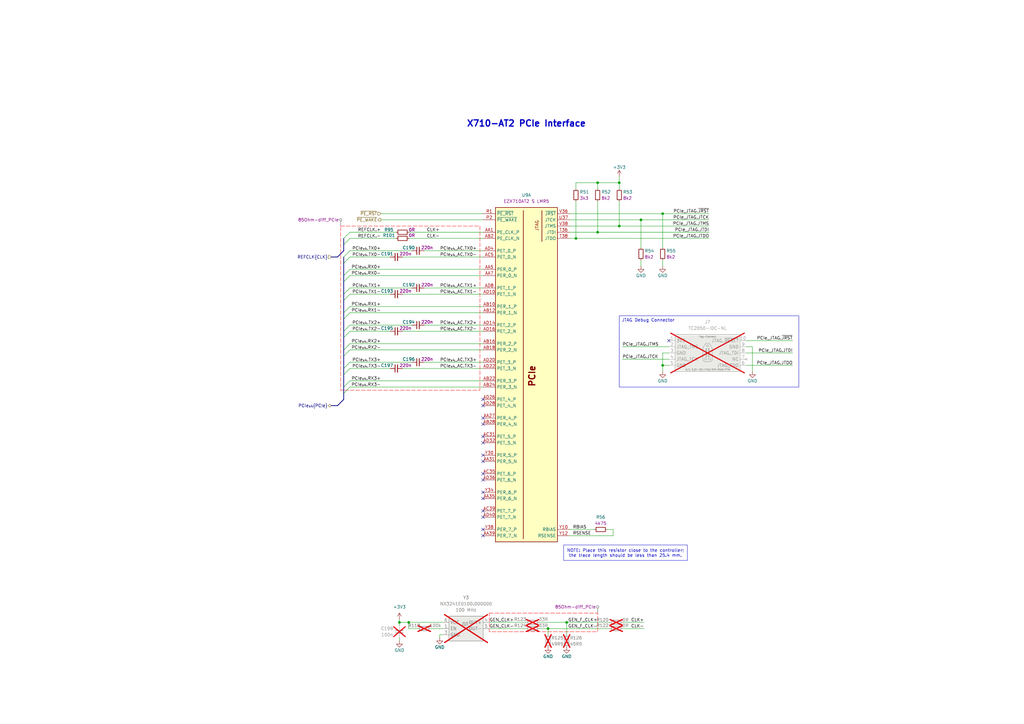
<source format=kicad_sch>
(kicad_sch (version 20250114) (generator "eeschema") (generator_version "9.0")
  (paper "A3")
  (title_block (title "OCuLink to 10GbE adapter") (date "2025-12-29") (rev "1.0.0") (company "Antmicro Ltd") (comment 1 "www.antmicro.com"))
  (bus_alias "CLK" (members "+" "-"))
  (bus_alias "JTAG" (members "~{JRST}" "JTCK" "JTMS" "JTDI" "JTDO"))
  (bus_alias "PCIe" (members "TX3+" "TX3-" "TX2+" "TX2-" "TX1+" "TX1-" "TX0+" "TX0-" "RX3+" "RX3-" "RX2+" "RX2-" "RX1+" "RX1-" "RX0+" "RX0-"))
  (text "X710-AT2 PCIe Interface" (at 215.9 50.8 0) (effects (font (size 2.54 2.54) (thickness 0.508) (bold yes))))
  (text_box "NOTE: Place this resistor close to the controller;\nthe trace length should be less than 25.4 mm." (at 231.14 223.52 0) (size 50.8 6.35) (margins 0.9525 0.9525 0.9525 0.9525) (effects (font (size 1.27 1.27))))
  (text_box "JTAG Debug Connector" (at 254 129.54 0) (size 73.66 29.21) (margins 0.9525 0.9525 0.9525 0.9525) (effects (font (size 1.27 1.27)) (justify left top)))
  (junction (at 167.64 255.27))
  (junction (at 224.79 257.81))
  (junction (at 245.11 95.25))
  (junction (at 262.89 90.17))
  (junction (at 232.41 255.27))
  (junction (at 254 74.93))
  (junction (at 254 92.71))
  (junction (at 236.22 97.79))
  (junction (at 245.11 74.93))
  (junction (at 271.78 149.86))
  (junction (at 271.78 87.63))
  (junction (at 163.83 255.27))
  (no_connect (at 198.12 166.37))
  (no_connect (at 198.12 181.61))
  (no_connect (at 198.12 212.09))
  (no_connect (at 198.12 204.47))
  (no_connect (at 198.12 163.83))
  (no_connect (at 198.12 219.71))
  (no_connect (at 274.32 139.7))
  (no_connect (at 198.12 194.31))
  (no_connect (at 198.12 171.45))
  (no_connect (at 198.12 217.17))
  (no_connect (at 198.12 186.69))
  (no_connect (at 198.12 179.07))
  (no_connect (at 198.12 189.23))
  (no_connect (at 198.12 196.85))
  (no_connect (at 198.12 173.99))
  (no_connect (at 198.12 201.93))
  (no_connect (at 198.12 209.55))
  (bus_entry (at 140.97 138.43) (size 2.54 -2.54))
  (bus_entry (at 140.97 146.05) (size 2.54 -2.54))
  (bus_entry (at 140.97 161.29) (size 2.54 -2.54))
  (bus_entry (at 140.97 120.65) (size 2.54 -2.54))
  (bus_entry (at 140.97 153.67) (size 2.54 -2.54))
  (bus_entry (at 140.97 107.95) (size 2.54 -2.54))
  (bus_entry (at 140.97 143.51) (size 2.54 -2.54))
  (bus_entry (at 140.97 113.03) (size 2.54 -2.54))
  (bus_entry (at 140.97 115.57) (size 2.54 -2.54))
  (bus_entry (at 140.97 158.75) (size 2.54 -2.54))
  (bus_entry (at 140.97 135.89) (size 2.54 -2.54))
  (bus_entry (at 140.97 151.13) (size 2.54 -2.54))
  (bus_entry (at 140.97 97.79) (size 2.54 -2.54))
  (bus_entry (at 140.97 130.81) (size 2.54 -2.54))
  (bus_entry (at 140.97 105.41) (size 2.54 -2.54))
  (bus_entry (at 140.97 100.33) (size 2.54 -2.54))
  (bus_entry (at 140.97 123.19) (size 2.54 -2.54))
  (bus_entry (at 140.97 128.27) (size 2.54 -2.54))
  (bus (pts (xy 140.97 130.81) (xy 140.97 135.89)))
  (bus (pts (xy 140.97 128.27) (xy 140.97 130.81)))
  (wire (pts (xy 233.68 92.71) (xy 254 92.71)))
  (wire (pts (xy 143.51 143.51) (xy 198.12 143.51)))
  (bus (pts (xy 140.97 135.89) (xy 140.97 138.43)))
  (wire (pts (xy 232.41 255.27) (xy 232.41 260.35)))
  (bus (pts (xy 140.97 143.51) (xy 140.97 146.05)))
  (wire (pts (xy 143.51 151.13) (xy 160.02 151.13)))
  (bus (pts (xy 140.97 138.43) (xy 140.97 143.51)))
  (wire (pts (xy 236.22 77.47) (xy 236.22 74.93)))
  (wire (pts (xy 271.78 106.68) (xy 271.78 109.22)))
  (wire (pts (xy 143.51 128.27) (xy 198.12 128.27)))
  (wire (pts (xy 254 72.39) (xy 254 74.93)))
  (wire (pts (xy 156.21 87.63) (xy 198.12 87.63)))
  (bus (pts (xy 140.97 151.13) (xy 140.97 153.67)))
  (wire (pts (xy 236.22 82.55) (xy 236.22 97.79)))
  (wire (pts (xy 224.79 257.81) (xy 224.79 260.35)))
  (wire (pts (xy 233.68 97.79) (xy 236.22 97.79)))
  (wire (pts (xy 262.89 90.17) (xy 290.83 90.17)))
  (wire (pts (xy 274.32 149.86) (xy 271.78 149.86)))
  (wire (pts (xy 220.98 255.27) (xy 232.41 255.27)))
  (bus (pts (xy 140.97 120.65) (xy 140.97 123.19)))
  (wire (pts (xy 254 92.71) (xy 290.83 92.71)))
  (wire (pts (xy 325.12 144.78) (xy 306.07 144.78)))
  (wire (pts (xy 255.27 142.24) (xy 274.32 142.24)))
  (wire (pts (xy 165.1 135.89) (xy 198.12 135.89)))
  (wire (pts (xy 325.12 149.86) (xy 306.07 149.86)))
  (wire (pts (xy 143.51 125.73) (xy 198.12 125.73)))
  (wire (pts (xy 167.64 257.81) (xy 171.45 257.81)))
  (wire (pts (xy 180.34 260.35) (xy 181.61 260.35)))
  (bus (pts (xy 140.97 97.79) (xy 140.97 100.33)))
  (wire (pts (xy 163.83 255.27) (xy 163.83 256.54)))
  (wire (pts (xy 271.78 149.86) (xy 271.78 152.4)))
  (wire (pts (xy 236.22 97.79) (xy 290.83 97.79)))
  (wire (pts (xy 255.27 147.32) (xy 274.32 147.32)))
  (wire (pts (xy 200.66 255.27) (xy 215.9 255.27)))
  (wire (pts (xy 233.68 217.17) (xy 243.84 217.17)))
  (wire (pts (xy 143.51 102.87) (xy 168.91 102.87)))
  (wire (pts (xy 163.83 254) (xy 163.83 255.27)))
  (bus (pts (xy 140.97 100.33) (xy 140.97 102.87)))
  (wire (pts (xy 262.89 106.68) (xy 262.89 109.22)))
  (wire (pts (xy 274.32 144.78) (xy 271.78 144.78)))
  (wire (pts (xy 173.99 118.11) (xy 198.12 118.11)))
  (wire (pts (xy 308.61 142.24) (xy 306.07 142.24)))
  (bus (pts (xy 140.97 158.75) (xy 140.97 161.29)))
  (wire (pts (xy 143.51 97.79) (xy 162.56 97.79)))
  (wire (pts (xy 167.64 255.27) (xy 181.61 255.27)))
  (wire (pts (xy 232.41 255.27) (xy 250.19 255.27)))
  (wire (pts (xy 143.51 105.41) (xy 160.02 105.41)))
  (wire (pts (xy 251.46 217.17) (xy 251.46 219.71)))
  (wire (pts (xy 143.51 95.25) (xy 162.56 95.25)))
  (wire (pts (xy 233.68 87.63) (xy 271.78 87.63)))
  (wire (pts (xy 165.1 120.65) (xy 198.12 120.65)))
  (wire (pts (xy 143.51 156.21) (xy 198.12 156.21)))
  (wire (pts (xy 245.11 82.55) (xy 245.11 95.25)))
  (wire (pts (xy 262.89 90.17) (xy 262.89 101.6)))
  (bus (pts (xy 140.97 161.29) (xy 140.97 163.83)))
  (wire (pts (xy 200.66 257.81) (xy 215.9 257.81)))
  (wire (pts (xy 156.21 90.17) (xy 198.12 90.17)))
  (wire (pts (xy 143.51 140.97) (xy 198.12 140.97)))
  (wire (pts (xy 165.1 105.41) (xy 198.12 105.41)))
  (bus (pts (xy 135.89 166.37) (xy 138.43 166.37)))
  (wire (pts (xy 255.27 255.27) (xy 264.16 255.27)))
  (bus (pts (xy 140.97 113.03) (xy 140.97 115.57)))
  (wire (pts (xy 254 74.93) (xy 254 77.47)))
  (wire (pts (xy 325.12 139.7) (xy 306.07 139.7)))
  (wire (pts (xy 245.11 74.93) (xy 245.11 77.47)))
  (wire (pts (xy 163.83 261.62) (xy 163.83 262.89)))
  (bus (pts (xy 140.97 107.95) (xy 140.97 113.03)))
  (bus (pts (xy 138.43 166.37) (xy 140.97 163.83)))
  (wire (pts (xy 143.51 148.59) (xy 168.91 148.59)))
  (bus (pts (xy 140.97 115.57) (xy 140.97 120.65)))
  (wire (pts (xy 143.51 110.49) (xy 198.12 110.49)))
  (wire (pts (xy 143.51 118.11) (xy 168.91 118.11)))
  (wire (pts (xy 143.51 133.35) (xy 168.91 133.35)))
  (wire (pts (xy 143.51 113.03) (xy 198.12 113.03)))
  (wire (pts (xy 176.53 257.81) (xy 181.61 257.81)))
  (wire (pts (xy 233.68 95.25) (xy 245.11 95.25)))
  (wire (pts (xy 233.68 90.17) (xy 262.89 90.17)))
  (wire (pts (xy 271.78 144.78) (xy 271.78 149.86)))
  (bus (pts (xy 140.97 146.05) (xy 140.97 151.13)))
  (wire (pts (xy 255.27 257.81) (xy 264.16 257.81)))
  (wire (pts (xy 308.61 152.4) (xy 308.61 142.24)))
  (wire (pts (xy 163.83 255.27) (xy 167.64 255.27)))
  (wire (pts (xy 173.99 102.87) (xy 198.12 102.87)))
  (wire (pts (xy 271.78 87.63) (xy 271.78 101.6)))
  (wire (pts (xy 224.79 257.81) (xy 250.19 257.81)))
  (bus (pts (xy 140.97 123.19) (xy 140.97 128.27)))
  (wire (pts (xy 236.22 74.93) (xy 245.11 74.93)))
  (wire (pts (xy 233.68 219.71) (xy 251.46 219.71)))
  (bus (pts (xy 140.97 105.41) (xy 140.97 107.95)))
  (wire (pts (xy 245.11 95.25) (xy 290.83 95.25)))
  (wire (pts (xy 167.64 97.79) (xy 198.12 97.79)))
  (wire (pts (xy 248.92 217.17) (xy 251.46 217.17)))
  (wire (pts (xy 245.11 74.93) (xy 254 74.93)))
  (wire (pts (xy 271.78 87.63) (xy 290.83 87.63)))
  (wire (pts (xy 143.51 158.75) (xy 198.12 158.75)))
  (wire (pts (xy 165.1 151.13) (xy 198.12 151.13)))
  (wire (pts (xy 173.99 148.59) (xy 198.12 148.59)))
  (bus (pts (xy 135.89 105.41) (xy 138.43 105.41)))
  (bus (pts (xy 140.97 153.67) (xy 140.97 158.75)))
  (wire (pts (xy 180.34 261.62) (xy 180.34 260.35)))
  (bus (pts (xy 138.43 105.41) (xy 140.97 102.87)))
  (wire (pts (xy 220.98 257.81) (xy 224.79 257.81)))
  (wire (pts (xy 143.51 120.65) (xy 160.02 120.65)))
  (wire (pts (xy 143.51 135.89) (xy 160.02 135.89)))
  (wire (pts (xy 254 82.55) (xy 254 92.71)))
  (wire (pts (xy 167.64 95.25) (xy 198.12 95.25)))
  (wire (pts (xy 167.64 257.81) (xy 167.64 255.27)))
  (wire (pts (xy 173.99 133.35) (xy 198.12 133.35)))
  (label "PCIe_{x4}.TX3-" (at 156.21 151.13 180))
  (label "PCIe_JTAG.~{JRST}" (at 290.83 87.63 180))
  (label "PCIe_JTAG.JTDI" (at 290.83 95.25 180))
  (label "PCIe_JTAG.JTMS" (at 255.27 142.24 0))
  (label "PCIe_JTAG.JTMS" (at 290.83 92.71 180))
  (label "RSENSE" (at 234.95 219.71 0))
  (label "PCIe_{x4}.RX3-" (at 156.21 158.75 180))
  (label "PCIe_{x4}.TX1+" (at 156.21 118.11 180))
  (label "PCIe_{x4}.TX1-" (at 156.21 120.65 180))
  (label "CLK+" (at 264.16 255.27 180))
  (label "PCIe_{x4}.TX2-" (at 156.21 135.89 180))
  (label "GEN_CLK-" (at 210.82 257.81 180))
  (label "PCIe_{x4}_AC.TX0-" (at 195.58 105.41 180))
  (label "REFCLK.-" (at 156.21 97.79 180))
  (label "PCIe_{x4}.TX0+" (at 156.21 102.87 180))
  (label "PCIe_{x4}.RX0+" (at 156.21 110.49 180))
  (label "GEN_F_CLK+" (at 245.11 255.27 180))
  (label "PCIe_{x4}_AC.TX0+" (at 195.58 102.87 180))
  (label "PCIe_{x4}.TX3+" (at 156.21 148.59 180))
  (label "PCIe_{x4}_AC.TX2-" (at 195.58 135.89 180))
  (label "CLK-" (at 264.16 257.81 180))
  (label "PCIe_{x4}.RX1+" (at 156.21 125.73 180))
  (label "PCIe_JTAG.JTCK" (at 290.83 90.17 180))
  (label "PCIe_JTAG.JTDO" (at 325.12 149.86 180))
  (label "PCIe_JTAG.JTDI" (at 325.12 144.78 180))
  (label "PCIe_{x4}_AC.TX3+" (at 195.58 148.59 180))
  (label "GEN_CLK+" (at 210.82 255.27 180))
  (label "PCIe_{x4}_AC.TX2+" (at 195.58 133.35 180))
  (label "REFCLK.+" (at 156.21 95.25 180))
  (label "RBIAS" (at 234.95 217.17 0))
  (label "PCIe_JTAG.~{JRST}" (at 325.12 139.7 180))
  (label "PCIe_{x4}.TX2+" (at 156.21 133.35 180))
  (label "PCIe_JTAG.JTDO" (at 290.83 97.79 180))
  (label "PCIe_{x4}.RX3+" (at 156.21 156.21 180))
  (label "PCIe_{x4}.RX1-" (at 156.21 128.27 180))
  (label "PCIe_{x4}.RX2+" (at 156.21 140.97 180))
  (label "CLK-" (at 180.34 97.79 180))
  (label "PCIe_{x4}.RX0-" (at 156.21 113.03 180))
  (label "PCIe_JTAG.JTCK" (at 255.27 147.32 0))
  (label "PCIe_{x4}.TX0-" (at 156.21 105.41 180))
  (label "PCIe_{x4}.RX2-" (at 156.21 143.51 180))
  (label "PCIe_{x4}_AC.TX3-" (at 195.58 151.13 180))
  (label "PCIe_{x4}_AC.TX1+" (at 195.58 118.11 180))
  (label "GEN_F_CLK-" (at 245.11 257.81 180))
  (label "PCIe_{x4}_AC.TX1-" (at 195.58 120.65 180))
  (label "CLK+" (at 180.34 95.25 180))
  (hierarchical_label "REFCLK{CLK}" (shape input) (at 135.89 105.41 180))
  (hierarchical_label "~{PE_RST}" (shape input) (at 156.21 87.63 180))
  (hierarchical_label "PCIe_{x4}{PCIe}" (shape bidirectional) (at 135.89 166.37 180))
  (hierarchical_label "~{PE_WAKE}" (shape output) (at 156.21 90.17 180))
  (rule_area (polyline (pts (xy 139.7 92.71) (xy 196.85 92.71) (xy 196.85 160.02) (xy 139.7 160.02)) (stroke (width 0) (type dash))))
  (rule_area (polyline (pts (xy 200.66 251.46) (xy 245.11 251.46) (xy 245.11 259.08) (xy 200.66 259.08)) (stroke (width 0) (type dash))))
  (netclass_flag "" (length 2.54) (shape round) (at 245.11 251.46 0) (property "Netclass" "85Ohm-diff_PCIe" (at 244.4115 248.92 0) (effects (justify right))))
  (netclass_flag "" (length 2.54) (shape round) (at 139.7 92.71 0) (property "Netclass" "85Ohm-diff_PCIe" (at 139.0015 90.17 0) (effects (justify right))))
  (symbol (lib_id "antmicroResistors0402:R_8k2_0402") (at 254 82.55 90) (unit 1)
    (property "Reference" "R53" (at 255.524 78.74 90) (effects (justify right)))
    (property "Value" "R_8k2_0402" (effects (hide yes)))
    (property "Footprint" "antmicro-footprints:R_0402_1005Metric" (effects (hide yes)))
    (property "Datasheet" "https://www.bourns.com/docs/product-datasheets/cr.pdf" (effects (hide yes)))
    (property "Description" "SMD Chip Resistor" (effects (hide yes)))
    (property "MPN" "CR0402-FX-8201GLF" (effects (hide yes)))
    (property "Manufacturer" "Bourns" (effects (hide yes)))
    (property "License" "Apache-2.0" (effects (hide yes)))
    (property "Author" "Antmicro" (effects (hide yes)))
    (property "Val" "8k2" (at 255.524 81.28 90) (effects (justify right)))
    (property "Tolerance" "1%" (effects (hide yes)))
  )
  (symbol (lib_id "antmicroCapacitors0402:C_220n_16V_0402") (at 168.91 148.59 0) (unit 1)
    (property "Reference" "C196" (at 170.18 147.32 0) (effects (justify right)))
    (property "Value" "C_220n_16V_0402" (effects (hide yes)))
    (property "Footprint" "antmicro-footprints:C_0402_1005Metric" (effects (hide yes)))
    (property "Datasheet" "https://www.murata.com/products/productdetail?partno=GRM155R71C224KA12%23" (effects (hide yes)))
    (property "Description" "SMD Multilayer Ceramic Capacitor, 0.22 µF, 16 V, 0402 [1005 Metric], ± 10%, X7R, GRM Series" (effects (hide yes)))
    (property "MPN" "GRM155R71C224KA12D" (effects (hide yes)))
    (property "Manufacturer" "Murata" (effects (hide yes)))
    (property "License" "Apache-2.0" (effects (hide yes)))
    (property "Author" "Antmicro" (effects (hide yes)))
    (property "Val" "220n" (at 172.72 147.32 0) (effects (justify left)))
    (property "Voltage" "16V" (effects (hide yes)))
    (property "Dielectric" "X7R" (effects (hide yes)))
  )
  (symbol (lib_id "antmicroResistors0402:R_0R_0402") (at 162.56 95.25 0) (unit 1)
    (property "Reference" "R95" (at 159.512 94.234 0))
    (property "Value" "R_0R_0402" (effects (hide yes)))
    (property "Footprint" "antmicro-footprints:R_0402_1005Metric" (effects (hide yes)))
    (property "Datasheet" "https://industrial.panasonic.com/cdbs/www-data/pdf/RDA0000/AOA0000C301.pdf" (effects (hide yes)))
    (property "Description" "SMD Chip Resistor, Jumper, 0 ohm, 100 mW, 0402 [1005 Metric], Thick Film, General Purpose" (effects (hide yes)))
    (property "MPN" "ERJ2GE0R00X" (effects (hide yes)))
    (property "Manufacturer" "Panasonic" (effects (hide yes)))
    (property "License" "Apache-2.0" (effects (hide yes)))
    (property "Author" "Antmicro" (effects (hide yes)))
    (property "Val" "0R" (at 168.91 94.234 0))
    (property "Current" "1A" (effects (hide yes)))
  )
  (symbol (lib_id "antmicroResistors0402:R_0R_0402") (at 250.19 255.27 0) (unit 1) (in_bom no) (dnp yes)
    (property "Reference" "R120" (at 247.142 254.254 0))
    (property "Value" "R_0R_0402" (effects (hide yes)))
    (property "Footprint" "antmicro-footprints:R_0402_1005Metric" (effects (hide yes)))
    (property "Datasheet" "https://industrial.panasonic.com/cdbs/www-data/pdf/RDA0000/AOA0000C301.pdf" (effects (hide yes)))
    (property "Description" "SMD Chip Resistor, Jumper, 0 ohm, 100 mW, 0402 [1005 Metric], Thick Film, General Purpose" (effects (hide yes)))
    (property "MPN" "ERJ2GE0R00X" (effects (hide yes)))
    (property "Manufacturer" "Panasonic" (effects (hide yes)))
    (property "License" "Apache-2.0" (effects (hide yes)))
    (property "Author" "Antmicro" (effects (hide yes)))
    (property "Val" "0R" (at 256.54 254.254 0))
    (property "Current" "1A" (effects (hide yes)))
  )
  (symbol (lib_id "antmicropower:+3V3") (at 254 72.39 0) (unit 1)
    (property "Reference" "#PWR0245" (effects (hide yes)))
    (property "Value" "+3V3" (at 254 68.58 0))
    (property "Author" "Antmicro" (effects (hide yes)))
    (property "License" "Apache-2.0" (effects (hide yes)))
  )
  (symbol (lib_id "antmicroResistors0402:R_4k75_0.5%_0402") (at 243.84 217.17 0) (unit 1)
    (property "Reference" "R56" (at 246.38 212.09 0))
    (property "Value" "R_4k75_0.5%_0402" (effects (hide yes)))
    (property "Footprint" "antmicro-footprints:R_0402_1005Metric" (effects (hide yes)))
    (property "Datasheet" "https://industrial.panasonic.com/cdbs/www-data/pdf/RDQ0000/ast-ind-151033.pdf" (effects (hide yes)))
    (property "Description" "SMD Chip Resistor, 4.75 kohm, ± 0.5%, 100 mW, 0402 [1005 Metric], Thick Film, High Temperature" (effects (hide yes)))
    (property "MPN" "ERJ-H2RD4751X" (effects (hide yes)))
    (property "Manufacturer" "Panasonic" (effects (hide yes)))
    (property "License" "Apache-2.0" (effects (hide yes)))
    (property "Author" "Antmicro" (effects (hide yes)))
    (property "Val" "4k75" (at 246.38 214.63 0))
    (property "Tolerance" "0.5%" (effects (hide yes)))
  )
  (symbol (lib_id "antmicroCapacitors0402:C_220n_16V_0402") (at 168.91 133.35 0) (unit 1)
    (property "Reference" "C194" (at 170.18 132.08 0) (effects (justify right)))
    (property "Value" "C_220n_16V_0402" (effects (hide yes)))
    (property "Footprint" "antmicro-footprints:C_0402_1005Metric" (effects (hide yes)))
    (property "Datasheet" "https://www.murata.com/products/productdetail?partno=GRM155R71C224KA12%23" (effects (hide yes)))
    (property "Description" "SMD Multilayer Ceramic Capacitor, 0.22 µF, 16 V, 0402 [1005 Metric], ± 10%, X7R, GRM Series" (effects (hide yes)))
    (property "MPN" "GRM155R71C224KA12D" (effects (hide yes)))
    (property "Manufacturer" "Murata" (effects (hide yes)))
    (property "License" "Apache-2.0" (effects (hide yes)))
    (property "Author" "Antmicro" (effects (hide yes)))
    (property "Val" "220n" (at 172.72 132.08 0) (effects (justify left)))
    (property "Voltage" "16V" (effects (hide yes)))
    (property "Dielectric" "X7R" (effects (hide yes)))
  )
  (symbol (lib_id "antmicroCapacitors0402:C_220n_16V_0402") (at 160.02 135.89 0) (unit 1)
    (property "Reference" "C195" (at 161.29 134.62 0) (effects (justify right)))
    (property "Value" "C_220n_16V_0402" (effects (hide yes)))
    (property "Footprint" "antmicro-footprints:C_0402_1005Metric" (effects (hide yes)))
    (property "Datasheet" "https://www.murata.com/products/productdetail?partno=GRM155R71C224KA12%23" (effects (hide yes)))
    (property "Description" "SMD Multilayer Ceramic Capacitor, 0.22 µF, 16 V, 0402 [1005 Metric], ± 10%, X7R, GRM Series" (effects (hide yes)))
    (property "MPN" "GRM155R71C224KA12D" (effects (hide yes)))
    (property "Manufacturer" "Murata" (effects (hide yes)))
    (property "License" "Apache-2.0" (effects (hide yes)))
    (property "Author" "Antmicro" (effects (hide yes)))
    (property "Val" "220n" (at 163.83 134.62 0) (effects (justify left)))
    (property "Voltage" "16V" (effects (hide yes)))
    (property "Dielectric" "X7R" (effects (hide yes)))
  )
  (symbol (lib_id "antmicroResistors0402:R_8k2_0402") (at 245.11 82.55 90) (unit 1)
    (property "Reference" "R52" (at 246.634 78.74 90) (effects (justify right)))
    (property "Value" "R_8k2_0402" (effects (hide yes)))
    (property "Footprint" "antmicro-footprints:R_0402_1005Metric" (effects (hide yes)))
    (property "Datasheet" "https://www.bourns.com/docs/product-datasheets/cr.pdf" (effects (hide yes)))
    (property "Description" "SMD Chip Resistor" (effects (hide yes)))
    (property "MPN" "CR0402-FX-8201GLF" (effects (hide yes)))
    (property "Manufacturer" "Bourns" (effects (hide yes)))
    (property "License" "Apache-2.0" (effects (hide yes)))
    (property "Author" "Antmicro" (effects (hide yes)))
    (property "Val" "8k2" (at 246.634 81.28 90) (effects (justify right)))
    (property "Tolerance" "1%" (effects (hide yes)))
  )
  (symbol (lib_id "antmicroCapacitors0402:C_220n_16V_0402") (at 160.02 105.41 0) (unit 1)
    (property "Reference" "C191" (at 161.29 104.14 0) (effects (justify right)))
    (property "Value" "C_220n_16V_0402" (effects (hide yes)))
    (property "Footprint" "antmicro-footprints:C_0402_1005Metric" (effects (hide yes)))
    (property "Datasheet" "https://www.murata.com/products/productdetail?partno=GRM155R71C224KA12%23" (effects (hide yes)))
    (property "Description" "SMD Multilayer Ceramic Capacitor, 0.22 µF, 16 V, 0402 [1005 Metric], ± 10%, X7R, GRM Series" (effects (hide yes)))
    (property "MPN" "GRM155R71C224KA12D" (effects (hide yes)))
    (property "Manufacturer" "Murata" (effects (hide yes)))
    (property "License" "Apache-2.0" (effects (hide yes)))
    (property "Author" "Antmicro" (effects (hide yes)))
    (property "Val" "220n" (at 163.83 104.14 0) (effects (justify left)))
    (property "Voltage" "16V" (effects (hide yes)))
    (property "Dielectric" "X7R" (effects (hide yes)))
  )
  (symbol (lib_id "antmicropower:GND") (at 163.83 262.89 0) (mirror y) (unit 1)
    (property "Reference" "#PWR0286" (effects (hide yes)))
    (property "Value" "GND" (at 163.83 266.7 0))
    (property "Author" "Antmicro" (effects (hide yes)))
    (property "License" "Apache-2.0" (effects (hide yes)))
  )
  (symbol (lib_id "antmicropower:GND") (at 232.41 265.43 0) (unit 1)
    (property "Reference" "#PWR0288" (effects (hide yes)))
    (property "Value" "GND" (at 232.41 269.24 0))
    (property "Author" "Antmicro" (effects (hide yes)))
    (property "License" "Apache-2.0" (effects (hide yes)))
  )
  (symbol (lib_id "antmicroOscillators:Oscillator_100MHz_NX324") (at 181.61 255.27 0) (unit 1) (in_bom no) (dnp yes)
    (property "Reference" "Y3" (at 191.135 245.11 0))
    (property "Value" "Oscillator_100MHz_NX324" (effects (hide yes)))
    (property "Footprint" "antmicro-footprints:Oscillator_SMD_Abracon_AX3_3.2x2.5x1mm" (effects (hide yes)))
    (property "Datasheet" "https://www.diodes.com/assets/Datasheets/NX324.pdf" (effects (hide yes)))
    (property "Description" "100 MHz XO (Standard) HCSL Oscillator 3.3V Enable/Disable 6-SMD, No Lead" (effects (hide yes)))
    (property "Manufacturer" "Diodes Incorporated" (effects (hide yes)))
    (property "MPN" "NX3241E0100.000000" (at 191.135 247.65 0))
    (property "Val" "100 MHz" (at 191.135 250.19 0))
    (property "Author" "Antmicro" (effects (hide yes)))
    (property "License" "Apache-2.0" (effects (hide yes)))
  )
  (symbol (lib_id "antmicroResistors0402:R_8k2_0402") (at 271.78 106.68 90) (unit 1)
    (property "Reference" "R55" (at 273.304 102.87 90) (effects (justify right)))
    (property "Value" "R_8k2_0402" (effects (hide yes)))
    (property "Footprint" "antmicro-footprints:R_0402_1005Metric" (effects (hide yes)))
    (property "Datasheet" "https://www.bourns.com/docs/product-datasheets/cr.pdf" (effects (hide yes)))
    (property "Description" "SMD Chip Resistor" (effects (hide yes)))
    (property "MPN" "CR0402-FX-8201GLF" (effects (hide yes)))
    (property "Manufacturer" "Bourns" (effects (hide yes)))
    (property "License" "Apache-2.0" (effects (hide yes)))
    (property "Author" "Antmicro" (effects (hide yes)))
    (property "Val" "8k2" (at 273.304 105.41 90) (effects (justify right)))
    (property "Tolerance" "1%" (effects (hide yes)))
  )
  (symbol (lib_id "antmicropower:GND") (at 262.89 109.22 0) (unit 1)
    (property "Reference" "#PWR0246" (effects (hide yes)))
    (property "Value" "GND" (at 262.89 113.03 0))
    (property "Author" "Antmicro" (effects (hide yes)))
    (property "License" "Apache-2.0" (effects (hide yes)))
  )
  (symbol (lib_id "antmicropower:GND") (at 224.79 265.43 0) (unit 1)
    (property "Reference" "#PWR0287" (effects (hide yes)))
    (property "Value" "GND" (at 224.79 269.24 0))
    (property "Author" "Antmicro" (effects (hide yes)))
    (property "License" "Apache-2.0" (effects (hide yes)))
  )
  (symbol (lib_id "antmicropower:+3V3") (at 163.83 254 0) (unit 1)
    (property "Reference" "#PWR0285" (effects (hide yes)))
    (property "Value" "+3V3" (at 163.83 248.92 0))
    (property "Author" "Antmicro" (effects (hide yes)))
    (property "License" "Apache-2.0" (effects (hide yes)))
  )
  (symbol (lib_id "antmicroResistors0402:R_0R_0402") (at 162.56 97.79 0) (unit 1)
    (property "Reference" "R101" (at 159.512 96.52 0))
    (property "Value" "R_0R_0402" (effects (hide yes)))
    (property "Footprint" "antmicro-footprints:R_0402_1005Metric" (effects (hide yes)))
    (property "Datasheet" "https://industrial.panasonic.com/cdbs/www-data/pdf/RDA0000/AOA0000C301.pdf" (effects (hide yes)))
    (property "Description" "SMD Chip Resistor, Jumper, 0 ohm, 100 mW, 0402 [1005 Metric], Thick Film, General Purpose" (effects (hide yes)))
    (property "MPN" "ERJ2GE0R00X" (effects (hide yes)))
    (property "Manufacturer" "Panasonic" (effects (hide yes)))
    (property "License" "Apache-2.0" (effects (hide yes)))
    (property "Author" "Antmicro" (effects (hide yes)))
    (property "Val" "0R" (at 168.91 96.52 0))
    (property "Current" "1A" (effects (hide yes)))
  )
  (symbol (lib_id "antmicroResistors0402:R_8k2_0402") (at 262.89 106.68 90) (unit 1)
    (property "Reference" "R54" (at 264.414 102.87 90) (effects (justify right)))
    (property "Value" "R_8k2_0402" (effects (hide yes)))
    (property "Footprint" "antmicro-footprints:R_0402_1005Metric" (effects (hide yes)))
    (property "Datasheet" "https://www.bourns.com/docs/product-datasheets/cr.pdf" (effects (hide yes)))
    (property "Description" "SMD Chip Resistor" (effects (hide yes)))
    (property "MPN" "CR0402-FX-8201GLF" (effects (hide yes)))
    (property "Manufacturer" "Bourns" (effects (hide yes)))
    (property "License" "Apache-2.0" (effects (hide yes)))
    (property "Author" "Antmicro" (effects (hide yes)))
    (property "Val" "8k2" (at 264.414 105.41 90) (effects (justify right)))
    (property "Tolerance" "1%" (effects (hide yes)))
  )
  (symbol (lib_id "antmicroCapacitors0402:C_220n_16V_0402") (at 160.02 120.65 0) (unit 1)
    (property "Reference" "C193" (at 161.29 119.38 0) (effects (justify right)))
    (property "Value" "C_220n_16V_0402" (effects (hide yes)))
    (property "Footprint" "antmicro-footprints:C_0402_1005Metric" (effects (hide yes)))
    (property "Datasheet" "https://www.murata.com/products/productdetail?partno=GRM155R71C224KA12%23" (effects (hide yes)))
    (property "Description" "SMD Multilayer Ceramic Capacitor, 0.22 µF, 16 V, 0402 [1005 Metric], ± 10%, X7R, GRM Series" (effects (hide yes)))
    (property "MPN" "GRM155R71C224KA12D" (effects (hide yes)))
    (property "Manufacturer" "Murata" (effects (hide yes)))
    (property "License" "Apache-2.0" (effects (hide yes)))
    (property "Author" "Antmicro" (effects (hide yes)))
    (property "Val" "220n" (at 163.83 119.38 0) (effects (justify left)))
    (property "Voltage" "16V" (effects (hide yes)))
    (property "Dielectric" "X7R" (effects (hide yes)))
  )
  (symbol (lib_id "antmicroCapacitors0402:C_220n_16V_0402") (at 168.91 102.87 0) (unit 1)
    (property "Reference" "C190" (at 170.18 101.6 0) (effects (justify right)))
    (property "Value" "C_220n_16V_0402" (effects (hide yes)))
    (property "Footprint" "antmicro-footprints:C_0402_1005Metric" (effects (hide yes)))
    (property "Datasheet" "https://www.murata.com/products/productdetail?partno=GRM155R71C224KA12%23" (effects (hide yes)))
    (property "Description" "SMD Multilayer Ceramic Capacitor, 0.22 µF, 16 V, 0402 [1005 Metric], ± 10%, X7R, GRM Series" (effects (hide yes)))
    (property "MPN" "GRM155R71C224KA12D" (effects (hide yes)))
    (property "Manufacturer" "Murata" (effects (hide yes)))
    (property "License" "Apache-2.0" (effects (hide yes)))
    (property "Author" "Antmicro" (effects (hide yes)))
    (property "Val" "220n" (at 172.72 101.6 0) (effects (justify left)))
    (property "Voltage" "16V" (effects (hide yes)))
    (property "Dielectric" "X7R" (effects (hide yes)))
  )
  (symbol (lib_id "antmicroResistors0402:R_3k3_0402") (at 236.22 82.55 90) (unit 1)
    (property "Reference" "R51" (at 237.744 78.74 90) (effects (justify right)))
    (property "Value" "R_3k3_0402" (effects (hide yes)))
    (property "Footprint" "antmicro-footprints:R_0402_1005Metric" (effects (hide yes)))
    (property "Datasheet" "https://www.bourns.com/docs/product-datasheets/cr.pdf" (effects (hide yes)))
    (property "Description" "SMD Chip Resistor, 3.3 kohm, ± 1%, 63 mW, 0402 [1005 Metric], Thick Film, General Purpose" (effects (hide yes)))
    (property "MPN" "CR0402-FX-3301GLF" (effects (hide yes)))
    (property "Manufacturer" "Bourns" (effects (hide yes)))
    (property "License" "Apache-2.0" (effects (hide yes)))
    (property "Author" "Antmicro" (effects (hide yes)))
    (property "Val" "3k3" (at 237.744 81.28 90) (effects (justify right)))
    (property "Tolerance" "1%" (effects (hide yes)))
  )
  (symbol (lib_id "antmicroResistors0402:R_49R9_0402") (at 232.41 265.43 90) (unit 1) (in_bom no) (dnp yes)
    (property "Reference" "R126" (at 233.68 261.62 90) (effects (justify right)))
    (property "Value" "R_49R9_0402" (effects (hide yes)))
    (property "Footprint" "antmicro-footprints:R_0402_1005Metric" (effects (hide yes)))
    (property "Datasheet" "https://www.bourns.com/docs/product-datasheets/cr.pdf" (effects (hide yes)))
    (property "Description" "SMD Chip Resistor, 49.9 ohm, ± 1%, 62.5 mW, 0402 [1005 Metric], Thick Film, General Purpose" (effects (hide yes)))
    (property "MPN" "CR0402-FX-49R9GLF" (effects (hide yes)))
    (property "Manufacturer" "Bourns" (effects (hide yes)))
    (property "License" "Apache-2.0" (effects (hide yes)))
    (property "Author" "Antmicro" (effects (hide yes)))
    (property "Val" "49R9" (at 233.68 264.16 90) (effects (justify right)))
    (property "Tolerance" "1%" (effects (hide yes)))
  )
  (symbol (lib_id "antmicroResistors0402:R_100k_0402") (at 171.45 257.81 0) (unit 1) (in_bom no) (dnp yes)
    (property "Reference" "R118" (at 169.926 256.54 0))
    (property "Value" "R_100k_0402" (effects (hide yes)))
    (property "Footprint" "antmicro-footprints:R_0402_1005Metric" (effects (hide yes)))
    (property "Datasheet" "https://www.bourns.com/docs/product-datasheets/cr.pdf" (effects (hide yes)))
    (property "Description" "SMD Chip Resistor, 100 kohm, ± 1%, 62.5 mW, 0402 [1005 Metric], Thick Film, General Purpose" (effects (hide yes)))
    (property "MPN" "CR0402-FX-1003GLF" (effects (hide yes)))
    (property "Manufacturer" "Bourns" (effects (hide yes)))
    (property "License" "Apache-2.0" (effects (hide yes)))
    (property "Author" "Antmicro" (effects (hide yes)))
    (property "Val" "100k" (at 178.562 256.54 0))
    (property "Tolerance" "1%" (effects (hide yes)))
    (instances (project "oculink-to-10gbe-adapter" (path "" (reference "R118") (unit 1))) (project "" (path "" (reference "R?") (unit 1))))
  )
  (symbol (lib_id "antmicroCapacitors0402:C_100n_0402") (at 163.83 261.62 270) (mirror x) (unit 1) (in_bom no) (dnp yes)
    (property "Reference" "C199" (at 161.29 257.8036 90) (effects (justify right)))
    (property "Value" "C_100n_0402" (effects (hide yes)))
    (property "Footprint" "antmicro-footprints:C_0402_1005Metric" (effects (hide yes)))
    (property "Datasheet" "https://www.murata.com/products/productdetail?partno=GRM155R61H104KE14%23" (effects (hide yes)))
    (property "Description" "SMD Multilayer Ceramic Capacitor, 0.1 µF, 50 V, 0402 [1005 Metric], ± 10%, X5R, GRM Series" (effects (hide yes)))
    (property "MPN" "GRM155R61H104KE14D" (effects (hide yes)))
    (property "Manufacturer" "Murata" (effects (hide yes)))
    (property "License" "Apache-2.0" (effects (hide yes)))
    (property "Author" "Antmicro" (effects (hide yes)))
    (property "Val" "100n" (at 161.29 260.3436 90) (effects (justify right)))
    (property "Voltage" "50V" (effects (hide yes)))
    (property "Dielectric" "X5R" (effects (hide yes)))
  )
  (symbol (lib_id "antmicroTestPoints:Tag-Connect_TC2050-IDC-NL_2x5_P1.27mm") (at 274.32 139.7 0) (unit 1) (in_bom no) (dnp yes)
    (property "Reference" "J7" (at 290.195 132.08 0))
    (property "Value" "Tag-Connect_TC2050-IDC-NL_2x5_P1.27mm" (effects (hide yes)))
    (property "Footprint" "antmicro-footprints:Tag-Connect_TC2050-IDC-NL_2x5_P1.27mm" (effects (hide yes)))
    (property "Datasheet" "https://www.tag-connect.com/wp-content/uploads/bsk-pdf-manager/TC2050-IDC-NL_Datasheet_8.pdf" (effects (hide yes)))
    (property "Description" "Tag Connect 2x5 1.27mm terminal" (effects (hide yes)))
    (property "MPN" "TC2050-IDC-NL" (at 290.195 134.62 0))
    (property "Manufacturer" "Tag Connect" (effects (hide yes)))
    (property "Author" "Antmicro" (effects (hide yes)))
    (property "License" "Apache-2.0" (effects (hide yes)))
    (pin "3" (alternate "GND"))
    (pin "5" (alternate "GND"))
    (pin "8" (alternate "JTAG_TDI"))
    (pin "7" (alternate "NC"))
    (pin "6" (alternate "JTAG_TDO"))
    (pin "10" (alternate "JTAG_~{RESET}"))
    (pin "4" (alternate "JTAG_TCK"))
    (pin "2" (alternate "JTAG_TMS"))
    (pin "9" (alternate "GND"))
    (pin "1" (alternate "3V3"))
  )
  (symbol (lib_id "antmicroResistors0402:R_0R_0402") (at 250.19 257.81 0) (unit 1) (in_bom no) (dnp yes)
    (property "Reference" "R122" (at 247.142 256.54 0))
    (property "Value" "R_0R_0402" (effects (hide yes)))
    (property "Footprint" "antmicro-footprints:R_0402_1005Metric" (effects (hide yes)))
    (property "Datasheet" "https://industrial.panasonic.com/cdbs/www-data/pdf/RDA0000/AOA0000C301.pdf" (effects (hide yes)))
    (property "Description" "SMD Chip Resistor, Jumper, 0 ohm, 100 mW, 0402 [1005 Metric], Thick Film, General Purpose" (effects (hide yes)))
    (property "MPN" "ERJ2GE0R00X" (effects (hide yes)))
    (property "Manufacturer" "Panasonic" (effects (hide yes)))
    (property "License" "Apache-2.0" (effects (hide yes)))
    (property "Author" "Antmicro" (effects (hide yes)))
    (property "Val" "0R" (at 256.54 256.54 0))
    (property "Current" "1A" (effects (hide yes)))
  )
  (symbol (lib_id "antmicroCapacitors0402:C_220n_16V_0402") (at 168.91 118.11 0) (unit 1)
    (property "Reference" "C192" (at 170.18 116.84 0) (effects (justify right)))
    (property "Value" "C_220n_16V_0402" (effects (hide yes)))
    (property "Footprint" "antmicro-footprints:C_0402_1005Metric" (effects (hide yes)))
    (property "Datasheet" "https://www.murata.com/products/productdetail?partno=GRM155R71C224KA12%23" (effects (hide yes)))
    (property "Description" "SMD Multilayer Ceramic Capacitor, 0.22 µF, 16 V, 0402 [1005 Metric], ± 10%, X7R, GRM Series" (effects (hide yes)))
    (property "MPN" "GRM155R71C224KA12D" (effects (hide yes)))
    (property "Manufacturer" "Murata" (effects (hide yes)))
    (property "License" "Apache-2.0" (effects (hide yes)))
    (property "Author" "Antmicro" (effects (hide yes)))
    (property "Val" "220n" (at 172.72 116.84 0) (effects (justify left)))
    (property "Voltage" "16V" (effects (hide yes)))
    (property "Dielectric" "X7R" (effects (hide yes)))
  )
  (symbol (lib_id "antmicroResistors0402:R_49R9_0402") (at 224.79 265.43 90) (unit 1) (in_bom no) (dnp yes)
    (property "Reference" "R125" (at 226.06 261.62 90) (effects (justify right)))
    (property "Value" "R_49R9_0402" (effects (hide yes)))
    (property "Footprint" "antmicro-footprints:R_0402_1005Metric" (effects (hide yes)))
    (property "Datasheet" "https://www.bourns.com/docs/product-datasheets/cr.pdf" (effects (hide yes)))
    (property "Description" "SMD Chip Resistor, 49.9 ohm, ± 1%, 62.5 mW, 0402 [1005 Metric], Thick Film, General Purpose" (effects (hide yes)))
    (property "MPN" "CR0402-FX-49R9GLF" (effects (hide yes)))
    (property "Manufacturer" "Bourns" (effects (hide yes)))
    (property "License" "Apache-2.0" (effects (hide yes)))
    (property "Author" "Antmicro" (effects (hide yes)))
    (property "Val" "49R9" (at 226.06 264.16 90) (effects (justify right)))
    (property "Tolerance" "1%" (effects (hide yes)))
  )
  (symbol (lib_id "antmicropower:GND") (at 271.78 109.22 0) (unit 1)
    (property "Reference" "#PWR0247" (effects (hide yes)))
    (property "Value" "GND" (at 271.78 113.03 0))
    (property "Author" "Antmicro" (effects (hide yes)))
    (property "License" "Apache-2.0" (effects (hide yes)))
  )
  (symbol (lib_id "antmicroResistors0402:R_33R_0402") (at 215.9 257.81 0) (unit 1) (in_bom no) (dnp yes)
    (property "Reference" "R124" (at 213.36 256.54 0))
    (property "Value" "R_33R_0402" (effects (hide yes)))
    (property "Footprint" "antmicro-footprints:R_0402_1005Metric" (effects (hide yes)))
    (property "Datasheet" "https://www.bourns.com/docs/product-datasheets/cr.pdf" (effects (hide yes)))
    (property "Description" "SMD Chip Resistor, 33 ohm, ± 1%, 62.5 mW, 0402 [1005 Metric], Thick Film, General Purpose" (effects (hide yes)))
    (property "MPN" "CR0402-FX-33R0GLF" (effects (hide yes)))
    (property "Manufacturer" "Bourns" (effects (hide yes)))
    (property "License" "Apache-2.0" (effects (hide yes)))
    (property "Author" "Antmicro" (effects (hide yes)))
    (property "Val" "33R" (at 222.885 256.54 0))
    (property "Tolerance" "1%" (effects (hide yes)))
  )
  (symbol (lib_id "antmicroResistors0402:R_33R_0402") (at 215.9 255.27 0) (unit 1) (in_bom no) (dnp yes)
    (property "Reference" "R123" (at 213.36 254 0))
    (property "Value" "R_33R_0402" (effects (hide yes)))
    (property "Footprint" "antmicro-footprints:R_0402_1005Metric" (effects (hide yes)))
    (property "Datasheet" "https://www.bourns.com/docs/product-datasheets/cr.pdf" (effects (hide yes)))
    (property "Description" "SMD Chip Resistor, 33 ohm, ± 1%, 62.5 mW, 0402 [1005 Metric], Thick Film, General Purpose" (effects (hide yes)))
    (property "MPN" "CR0402-FX-33R0GLF" (effects (hide yes)))
    (property "Manufacturer" "Bourns" (effects (hide yes)))
    (property "License" "Apache-2.0" (effects (hide yes)))
    (property "Author" "Antmicro" (effects (hide yes)))
    (property "Val" "33R" (at 222.885 254 0))
    (property "Tolerance" "1%" (effects (hide yes)))
  )
  (symbol (lib_id "antmicropower:GND") (at 271.78 152.4 0) (unit 1)
    (property "Reference" "#PWR0248" (effects (hide yes)))
    (property "Value" "GND" (at 271.78 156.21 0))
    (property "Author" "Antmicro" (effects (hide yes)))
    (property "License" "Apache-2.0" (effects (hide yes)))
  )
  (symbol (lib_id "antmicropower:GND") (at 308.61 152.4 0) (unit 1)
    (property "Reference" "#PWR0249" (effects (hide yes)))
    (property "Value" "GND" (at 308.61 156.21 0))
    (property "Author" "Antmicro" (effects (hide yes)))
    (property "License" "Apache-2.0" (effects (hide yes)))
  )
  (symbol (lib_id "antmicroCapacitors0402:C_220n_16V_0402") (at 160.02 151.13 0) (unit 1)
    (property "Reference" "C197" (at 161.29 149.86 0) (effects (justify right)))
    (property "Value" "C_220n_16V_0402" (effects (hide yes)))
    (property "Footprint" "antmicro-footprints:C_0402_1005Metric" (effects (hide yes)))
    (property "Datasheet" "https://www.murata.com/products/productdetail?partno=GRM155R71C224KA12%23" (effects (hide yes)))
    (property "Description" "SMD Multilayer Ceramic Capacitor, 0.22 µF, 16 V, 0402 [1005 Metric], ± 10%, X7R, GRM Series" (effects (hide yes)))
    (property "MPN" "GRM155R71C224KA12D" (effects (hide yes)))
    (property "Manufacturer" "Murata" (effects (hide yes)))
    (property "License" "Apache-2.0" (effects (hide yes)))
    (property "Author" "Antmicro" (effects (hide yes)))
    (property "Val" "220n" (at 163.83 149.86 0) (effects (justify left)))
    (property "Voltage" "16V" (effects (hide yes)))
    (property "Dielectric" "X7R" (effects (hide yes)))
  )
  (symbol (lib_id "antmicropower:GND") (at 180.34 261.62 0) (mirror y) (unit 1)
    (property "Reference" "#PWR0421" (effects (hide yes)))
    (property "Value" "GND" (at 180.34 265.43 0))
    (property "Author" "Antmicro" (effects (hide yes)))
    (property "License" "Apache-2.0" (effects (hide yes)))
  )
  (symbol (lib_id "antmicroInterfaceControllers:EZX710AT2_S_LMR5") (at 198.12 87.63 0) (unit 1)
    (property "Reference" "U9" (at 215.9 80.01 0))
    (property "Value" "EZX710AT2_S_LMR5" (effects (hide yes)))
    (property "Footprint" "antmicro-footprints:FCBGA-503_22x22mm_Layout21x24_P1mm" (effects (hide yes)))
    (property "Datasheet" "https://www.google.com/url?sa=t&source=web&rct=j&opi=89978449&url=https://cdrdv2-public.intel.com/596333/596333_X710-TM4_Datasheet_v_2_4.pdf&ved=2ahUKEwiSuv20_sCOAxXVCRAIHdxGO_UQFnoECBEQAQ&usg=AOvVaw1CjGyrGWE8ZvOdw4VBsY6U" (effects (hide yes)))
    (property "Description" "Ethernet ICs Intel Ethernet Controller 10 Gigabit X7" (effects (hide yes)))
    (property "MPN" "EZX710AT2 S LMR5" (at 215.9 82.55 0))
    (property "Manufacturer" "Intel" (effects (hide yes)))
    (property "Author" "Antmicro" (effects (hide yes)))
    (property "License" "Apache-2.0" (effects (hide yes)))
  )
)
</source>
